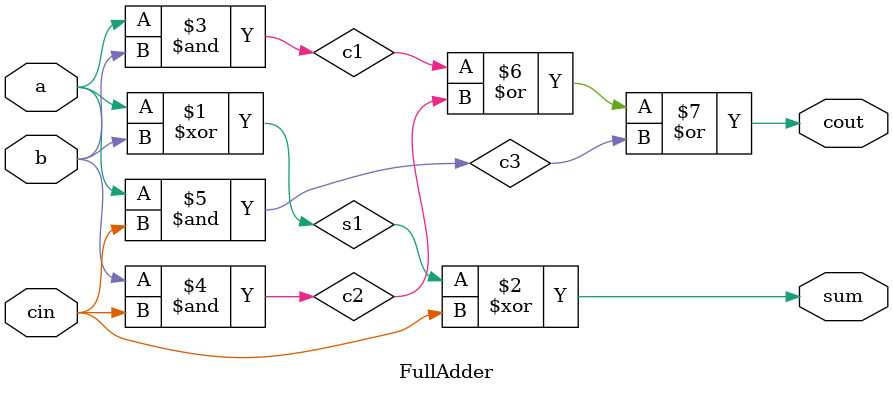
<source format=v>
module Adder(a,b,cin,sum,cout);
input [3:0]a,b;
input cin;
output wire [3:0]sum;
output cout;
FullAdder FA1(a[0],b[0],cin,sum[0],cout1);
FullAdder FA2(a[1],b[1],cout1,sum[1],cout2);
FullAdder FA3(a[2],b[2],cout2,sum[2],cout3);
FullAdder FA4(a[3],b[3],cout3,sum[3],cout);
endmodule

module FullAdder(a,b,cin,sum,cout);
input a,b,cin;
output wire sum,cout;
wire s1,c1,c2,c3;
xor(s1,a,b);
xor(sum,s1,cin);
and(c1,a,b);
and(c2,b,cin);
and(c3,a,cin);
or(cout,c1,c2,c3);
endmodule


</source>
